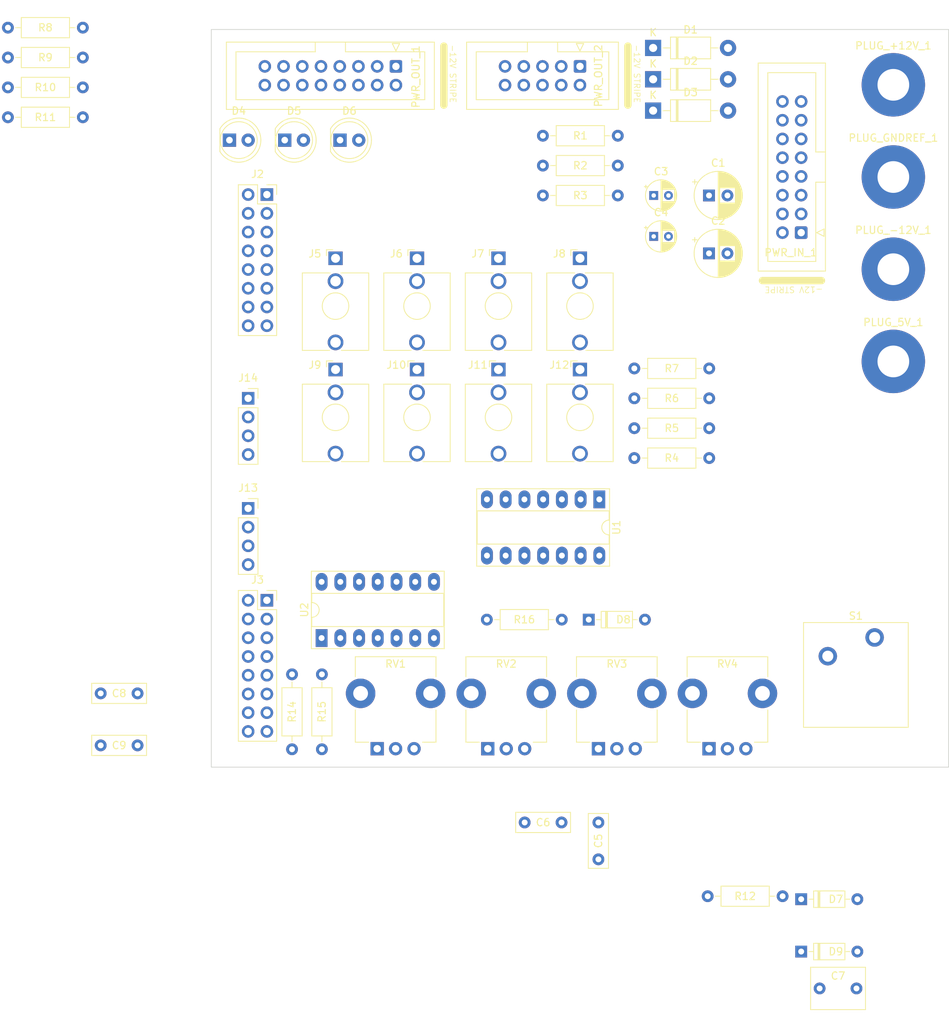
<source format=kicad_pcb>
(kicad_pcb (version 20240108) (generator "pcbnew") (generator_version "8.0")
  (layers (0 "F.Cu" signal) (31 "B.Cu" signal) (34 "B.Paste" user) (35 "F.Paste" user) (36 "B.SilkS" user "B.Silkscreen") (37 "F.SilkS" user "F.Silkscreen") (38 "B.Mask" user) (39 "F.Mask" user) (44 "Edge.Cuts" user))
  (net 0 "")
  (net 1 "+12V")
  (net 2 "GNDREF")
  (net 3 "-12V")
  (net 4 "Net-(D1-A)")
  (net 5 "Net-(D1-K)")
  (net 6 "Net-(D2-A)")
  (net 7 "Net-(D2-K)")
  (net 8 "Net-(D3-A)")
  (net 9 "Net-(D3-K)")
  (net 10 "+5V")
  (net 11 "Net-(D4-A)")
  (net 12 "Net-(D5-A)")
  (net 13 "Net-(D6-K)")
  (net 15 "Net-(J14-Pin_1)")
  (net 17 "Net-(J14-Pin_2)")
  (net 18 "Net-(J14-Pin_3)")
  (net 20 "Net-(J14-Pin_4)")
  (net 22 "Net-(J9-PadT)")
  (net 25 "Net-(J10-PadT)")
  (net 26 "Net-(J11-PadT)")
  (net 28 "Net-(J12-PadT)")
  (net 30 "Net-(J13-Pin_1)")
  (net 31 "Net-(J13-Pin_2)")
  (net 32 "Net-(J13-Pin_4)")
  (net 33 "Net-(J13-Pin_3)")
  (net 34 "Net-(D7-K)")
  (net 35 "Net-(D9-K)")
  (net 36 "Net-(D8-K)")
  (net 37 "Net-(D8-A)")
  (net 38 "Net-(D9-A)")
  (net 39 "Net-(J3-Pin_6)")
  (net 40 "Net-(J3-Pin_16)")
  (net 41 "Net-(J3-Pin_2)")
  (net 42 "Net-(J3-Pin_7)")
  (net 43 "Net-(J3-Pin_4)")
  (net 44 "Net-(J3-Pin_15)")
  (net 45 "Net-(J3-Pin_12)")
  (net 46 "Net-(J3-Pin_3)")
  (net 47 "Net-(J3-Pin_13)")
  (net 48 "Net-(J3-Pin_9)")
  (net 49 "Net-(J3-Pin_1)")
  (net 50 "Net-(J3-Pin_8)")
  (net 51 "Net-(J3-Pin_14)")
  (net 52 "Net-(J3-Pin_10)")
  (net 53 "Net-(J3-Pin_11)")
  (net 54 "Net-(J3-Pin_5)")
  (net 55 "Net-(U1A--)")
  (net 56 "Net-(U1B--)")
  (net 57 "Net-(U1C--)")
  (net 58 "Net-(U1D--)")
  (net 59 "Net-(U2A-+)")
  (net 60 "Net-(U2A--)")
  (net 61 "Net-(PWR_IN_1-GND-Pad3)")
  (footprint "MountingHole:MountingHole_4.3mm_M4_Pad" (layer "F.Cu") (at 142.5 70)
    (property "Reference" "PLUG_GNDREF_1" (at 0 -5.3 0) (layer "F.SilkS"))
    (property "Value" "GNDREF")
    (pad "1" thru_hole circle (at 0 0) (size 8.6 8.6) (drill 4.3) (layers "*.Cu" "*.Mask") (net 2 "GNDREF"))
  )
  (footprint "Synth:D_DO-35_SOD27_P7.62mm_Horizontal" (layer "F.Cu") (at 130 167.9)
    (property "Reference" "D7" (at 4.7 0 0) (layer "F.SilkS"))
    (property "Value" "1N4148")
    (pad "1" thru_hole rect (at 0 0) (size 1.6 1.6) (drill 0.8) (layers "*.Cu" "*.Mask") (net 34 "Net-(D7-K)"))
    (pad "2" thru_hole oval (at 7.62 0) (size 1.6 1.6) (drill 0.8) (layers "*.Cu" "*.Mask") (net 2 "GNDREF"))
  )
  (footprint "Synth:R_Default (DIN0207)" (layer "F.Cu") (at 22.45 49.75)
    (property "Reference" "R8" (at 5.05 0 0) (layer "F.SilkS"))
    (property "Value" "470R")
    (pad "1" thru_hole circle (at -0.03 0) (size 1.6 1.6) (drill 0.8) (layers "*.Cu" "*.Mask") (net 10 "+5V"))
    (pad "2" thru_hole oval (at 10.13 0) (size 1.6 1.6) (drill 0.8) (layers "*.Cu" "*.Mask") (net 11 "Net-(D4-A)"))
  )
  (footprint "Synth:R_Default (DIN0207)" (layer "F.Cu") (at 117.5 100 180)
    (property "Reference" "R6" (at 5.05 0 180) (layer "F.SilkS"))
    (property "Value" "1K")
    (pad "1" thru_hole circle (at -0.03 0 180) (size 1.6 1.6) (drill 0.8) (layers "*.Cu" "*.Mask") (net 57 "Net-(U1C--)"))
    (pad "2" thru_hole oval (at 10.13 0 180) (size 1.6 1.6) (drill 0.8) (layers "*.Cu" "*.Mask") (net 26 "Net-(J11-PadT)"))
  )
  (footprint "Package_DIP:DIP-14_W7.62mm_Socket_LongPads" (layer "F.Cu") (at 102.625 113.7 -90)
    (property "Reference" "U1" (at 3.81 -2.33 90) (layer "F.SilkS"))
    (property "Value" "TL074")
    (pad "1" thru_hole rect (at 0 0 270) (size 2.4 1.6) (drill 0.8) (layers "*.Cu" "*.Mask") (net 55 "Net-(U1A--)"))
    (pad "2" thru_hole oval (at 0 2.54 270) (size 2.4 1.6) (drill 0.8) (layers "*.Cu" "*.Mask") (net 55 "Net-(U1A--)"))
    (pad "3" thru_hole oval (at 0 5.08 270) (size 2.4 1.6) (drill 0.8) (layers "*.Cu" "*.Mask") (net 30 "Net-(J13-Pin_1)"))
    (pad "4" thru_hole oval (at 0 7.62 270) (size 2.4 1.6) (drill 0.8) (layers "*.Cu" "*.Mask") (net 1 "+12V"))
    (pad "5" thru_hole oval (at 0 10.16 270) (size 2.4 1.6) (drill 0.8) (layers "*.Cu" "*.Mask") (net 31 "Net-(J13-Pin_2)"))
    (pad "6" thru_hole oval (at 0 12.7 270) (size 2.4 1.6) (drill 0.8) (layers "*.Cu" "*.Mask") (net 56 "Net-(U1B--)"))
    (pad "7" thru_hole oval (at 0 15.24 270) (size 2.4 1.6) (drill 0.8) (layers "*.Cu" "*.Mask") (net 56 "Net-(U1B--)"))
    (pad "8" thru_hole oval (at 7.62 15.24 270) (size 2.4 1.6) (drill 0.8) (layers "*.Cu" "*.Mask") (net 57 "Net-(U1C--)"))
    (pad "9" thru_hole oval (at 7.62 12.7 270) (size 2.4 1.6) (drill 0.8) (layers "*.Cu" "*.Mask") (net 57 "Net-(U1C--)"))
    (pad "10" thru_hole oval (at 7.62 10.16 270) (size 2.4 1.6) (drill 0.8) (layers "*.Cu" "*.Mask") (net 33 "Net-(J13-Pin_3)"))
    (pad "11" thru_hole oval (at 7.62 7.62 270) (size 2.4 1.6) (drill 0.8) (layers "*.Cu" "*.Mask") (net 3 "-12V"))
    (pad "12" thru_hole oval (at 7.62 5.08 270) (size 2.4 1.6) (drill 0.8) (layers "*.Cu" "*.Mask") (net 32 "Net-(J13-Pin_4)"))
    (pad "13" thru_hole oval (at 7.62 2.54 270) (size 2.4 1.6) (drill 0.8) (layers "*.Cu" "*.Mask") (net 58 "Net-(U1D--)"))
    (pad "14" thru_hole oval (at 7.62 0 270) (size 2.4 1.6) (drill 0.8) (layers "*.Cu" "*.Mask") (net 58 "Net-(U1D--)"))
  )
  (footprint "Synth:R_Default (DIN0207)" (layer "F.Cu") (at 117.5 104.05 180)
    (property "Reference" "R5" (at 5.05 0 180) (layer "F.SilkS"))
    (property "Value" "1K")
    (pad "1" thru_hole circle (at -0.03 0 180) (size 1.6 1.6) (drill 0.8) (layers "*.Cu" "*.Mask") (net 56 "Net-(U1B--)"))
    (pad "2" thru_hole oval (at 10.13 0 180) (size 1.6 1.6) (drill 0.8) (layers "*.Cu" "*.Mask") (net 25 "Net-(J10-PadT)"))
  )
  (footprint "Diode_THT:D_DO-41_SOD81_P10.16mm_Horizontal" (layer "F.Cu") (at 109.92 56.75)
    (property "Reference" "D2" (at 5.08 -2.47 0) (layer "F.SilkS"))
    (property "Value" "1N5819")
    (fp_text user "K" (at 0 -2.1 0) (layer "F.SilkS"))
    (pad "1" thru_hole rect (at 0 0) (size 2.2 2.2) (drill 1.1) (layers "*.Cu" "*.Mask") (net 7 "Net-(D2-K)"))
    (pad "2" thru_hole oval (at 10.16 0) (size 2.2 2.2) (drill 1.1) (layers "*.Cu" "*.Mask") (net 6 "Net-(D2-A)"))
  )
  (footprint "Synth:Jack_3.5mm_QingPu_WQP-PJ398SM_Vertical_CircularHoles" (layer "F.Cu") (at 100 87.5)
    (property "Reference" "J8" (at -2.8 -7.1 180) (layer "F.SilkS"))
    (property "Value" "JACK_4")
    (pad "S" thru_hole rect (at 0 -6.48 180) (size 1.93 1.83) (drill 1.22) (layers "*.Cu" "*.Mask") (net 2 "GNDREF"))
    (pad "T" thru_hole circle (at 0 4.92 180) (size 2.13 2.13) (drill 1.43) (layers "*.Cu" "*.Mask") (net 20 "Net-(J14-Pin_4)"))
    (pad "TN" thru_hole circle (at 0 -3.38 180) (size 2.13 2.13) (drill 1.42) (layers "*.Cu" "*.Mask"))
  )
  (footprint "Diode_THT:D_DO-41_SOD81_P10.16mm_Horizontal" (layer "F.Cu") (at 109.92 52.5)
    (property "Reference" "D1" (at 5.08 -2.47 0) (layer "F.SilkS"))
    (property "Value" "1N5819")
    (fp_text user "K" (at 0 -2.1 0) (layer "F.SilkS"))
    (pad "1" thru_hole rect (at 0 0) (size 2.2 2.2) (drill 1.1) (layers "*.Cu" "*.Mask") (net 5 "Net-(D1-K)"))
    (pad "2" thru_hole oval (at 10.16 0) (size 2.2 2.2) (drill 1.1) (layers "*.Cu" "*.Mask") (net 4 "Net-(D1-A)"))
  )
  (footprint "Synth:R_Default (DIN0207)" (layer "F.Cu") (at 60.95 147.55 90)
    (property "Reference" "R14" (at 5.05 0 270) (layer "F.SilkS"))
    (property "Value" "1K")
    (pad "1" thru_hole circle (at -0.03 0 90) (size 1.6 1.6) (drill 0.8) (layers "*.Cu" "*.Mask") (net 60 "Net-(U2A--)"))
    (pad "2" thru_hole oval (at 10.13 0 90) (size 1.6 1.6) (drill 0.8) (layers "*.Cu" "*.Mask") (net 2 "GNDREF"))
  )
  (footprint "Synth:LED_D5.0mm (center Aligned)" (layer "F.Cu") (at 68.73 65)
    (property "Reference" "D6" (at 0 -3.96 0) (layer "F.SilkS"))
    (property "Value" "LED")
    (pad "1" thru_hole rect (at -1.27 0) (size 1.8 1.8) (drill 0.9) (layers "*.Cu" "*.Mask") (net 13 "Net-(D6-K)"))
    (pad "2" thru_hole circle (at 1.27 0) (size 1.8 1.8) (drill 0.9) (layers "*.Cu" "*.Mask") (net 3 "-12V"))
  )
  (footprint "Synth:R_Default (DIN0207)" (layer "F.Cu") (at 95 72.5)
    (property "Reference" "R3" (at 5.05 0 0) (layer "F.SilkS"))
    (property "Value" "10R")
    (pad "1" thru_hole circle (at -0.03 0) (size 1.6 1.6) (drill 0.8) (layers "*.Cu" "*.Mask") (net 10 "+5V"))
    (pad "2" thru_hole oval (at 10.13 0) (size 1.6 1.6) (drill 0.8) (layers "*.Cu" "*.Mask") (net 9 "Net-(D3-K)"))
  )
  (footprint "Synth:Potentiometer_TT_P0915N" (layer "F.Cu") (at 105 140)
    (property "Reference" "RV3" (at 0 -4 0) (layer "F.SilkS"))
    (property "Value" "B100K")
    (pad "" thru_hole oval (at -4.75 0) (size 4 4) (drill 2) (layers "*.Cu" "*.Mask"))
    (pad "" thru_hole oval (at 4.75 0) (size 4 4) (drill 2) (layers "*.Cu" "*.Mask"))
    (pad "1" thru_hole rect (at -2.5 7.5) (size 1.8 1.8) (drill 1) (layers "*.Cu" "*.Mask") (net 3 "-12V"))
    (pad "2" thru_hole circle (at 0 7.5) (size 1.8 1.8) (drill 1) (layers "*.Cu" "*.Mask") (net 53 "Net-(J3-Pin_11)"))
    (pad "3" thru_hole circle (at 2.5 7.5) (size 1.8 1.8) (drill 1) (layers "*.Cu" "*.Mask") (net 1 "+12V"))
  )
  (footprint "Synth:R_Default (DIN0207)" (layer "F.Cu") (at 97.5 130 180)
    (property "Reference" "R16" (at 5.05 0 180) (layer "F.SilkS"))
    (property "Value" "1K")
    (pad "1" thru_hole circle (at -0.03 0 180) (size 1.6 1.6) (drill 0.8) (layers "*.Cu" "*.Mask") (net 36 "Net-(D8-K)"))
    (pad "2" thru_hole oval (at 10.13 0 180) (size 1.6 1.6) (drill 0.8) (layers "*.Cu" "*.Mask") (net 45 "Net-(J3-Pin_12)"))
  )
  (footprint "Synth:C_RECT_WIMA_0.1uF" (layer "F.Cu") (at 35 147.05)
    (property "Reference" "C9" (at 2.5 0 180) (layer "F.SilkS"))
    (property "Value" "0.1uF")
    (pad "1" thru_hole circle (at 0 0) (size 1.6 1.6) (drill 0.8) (layers "*.Cu" "*.Mask") (net 2 "GNDREF"))
    (pad "2" thru_hole circle (at 5 0) (size 1.6 1.6) (drill 0.8) (layers "*.Cu" "*.Mask") (net 3 "-12V"))
  )
  (footprint "Synth:R_Default (DIN0207)" (layer "F.Cu") (at 117.5 95.95 180)
    (property "Reference" "R7" (at 5.05 0 180) (layer "F.SilkS"))
    (property "Value" "1K")
    (pad "1" thru_hole circle (at -0.03 0 180) (size 1.6 1.6) (drill 0.8) (layers "*.Cu" "*.Mask") (net 58 "Net-(U1D--)"))
    (pad "2" thru_hole oval (at 10.13 0 180) (size 1.6 1.6) (drill 0.8) (layers "*.Cu" "*.Mask") (net 28 "Net-(J12-PadT)"))
  )
  (footprint "Synth:R_Default (DIN0207)" (layer "F.Cu") (at 127.45 167.5 180)
    (property "Reference" "R12" (at 5.05 0 180) (layer "F.SilkS"))
    (property "Value" "47K")
    (pad "1" thru_hole circle (at -0.03 0 180) (size 1.6 1.6) (drill 0.8) (layers "*.Cu" "*.Mask") (net 34 "Net-(D7-K)"))
    (pad "2" thru_hole oval (at 10.13 0 180) (size 1.6 1.6) (drill 0.8) (layers "*.Cu" "*.Mask") (net 59 "Net-(U2A-+)"))
  )
  (footprint "Synth:Potentiometer_TT_P0915N" (layer "F.Cu") (at 75 140)
    (property "Reference" "RV1" (at 0 -4 0) (layer "F.SilkS"))
    (property "Value" "B100K")
    (pad "" thru_hole oval (at -4.75 0) (size 4 4) (drill 2) (layers "*.Cu" "*.Mask"))
    (pad "" thru_hole oval (at 4.75 0) (size 4 4) (drill 2) (layers "*.Cu" "*.Mask"))
    (pad "1" thru_hole rect (at -2.5 7.5) (size 1.8 1.8) (drill 1) (layers "*.Cu" "*.Mask") (net 2 "GNDREF"))
    (pad "2" thru_hole circle (at 0 7.5) (size 1.8 1.8) (drill 1) (layers "*.Cu" "*.Mask") (net 44 "Net-(J3-Pin_15)"))
    (pad "3" thru_hole circle (at 2.5 7.5) (size 1.8 1.8) (drill 1) (layers "*.Cu" "*.Mask") (net 1 "+12V"))
  )
  (footprint "MountingHole:MountingHole_4.3mm_M4_Pad" (layer "F.Cu") (at 142.5 57.5)
    (property "Reference" "PLUG_+12V_1" (at 0 -5.3 0) (layer "F.SilkS"))
    (property "Value" "+12V")
    (pad "1" thru_hole circle (at 0 0) (size 8.6 8.6) (drill 4.3) (layers "*.Cu" "*.Mask") (net 4 "Net-(D1-A)"))
  )
  (footprint "Synth:R_Default (DIN0207)" (layer "F.Cu") (at 22.45 61.9)
    (property "Reference" "R11" (at 5.05 0 0) (layer "F.SilkS"))
    (property "Value" "100K")
    (pad "1" thru_hole circle (at -0.03 0) (size 1.6 1.6) (drill 0.8) (layers "*.Cu" "*.Mask") (net 59 "Net-(U2A-+)"))
    (pad "2" thru_hole oval (at 10.13 0) (size 1.6 1.6) (drill 0.8) (layers "*.Cu" "*.Mask") (net 2 "GNDREF"))
  )
  (footprint "Connector_PinSocket_2.54mm:PinSocket_1x04_P2.54mm_Vertical" (layer "F.Cu") (at 55 100)
    (property "Reference" "J14" (at 0 -2.77 0) (layer "F.SilkS"))
    (property "Value" "Conn_01x04")
    (pad "1" thru_hole rect (at 0 0) (size 1.7 1.7) (drill 1) (layers "*.Cu" "*.Mask") (net 15 "Net-(J14-Pin_1)"))
    (pad "2" thru_hole oval (at 0 2.54) (size 1.7 1.7) (drill 1) (layers "*.Cu" "*.Mask") (net 17 "Net-(J14-Pin_2)"))
    (pad "3" thru_hole oval (at 0 5.08) (size 1.7 1.7) (drill 1) (layers "*.Cu" "*.Mask") (net 18 "Net-(J14-Pin_3)"))
    (pad "4" thru_hole oval (at 0 7.62) (size 1.7 1.7) (drill 1) (layers "*.Cu" "*.Mask") (net 20 "Net-(J14-Pin_4)"))
  )
  (footprint "Synth:R_Default (DIN0207)" (layer "F.Cu") (at 95 68.45)
    (property "Reference" "R2" (at 5.05 0 0) (layer "F.SilkS"))
    (property "Value" "10R")
    (pad "1" thru_hole circle (at -0.03 0) (size 1.6 1.6) (drill 0.8) (layers "*.Cu" "*.Mask") (net 3 "-12V"))
    (pad "2" thru_hole oval (at 10.13 0) (size 1.6 1.6) (drill 0.8) (layers "*.Cu" "*.Mask") (net 6 "Net-(D2-A)"))
  )
  (footprint "Connector_PinSocket_2.54mm:PinSocket_2x08_P2.54mm_Vertical" (layer "F.Cu") (at 57.54 127.38)
    (property "Reference" "J3" (at -1.27 -2.77 0) (layer "F.SilkS"))
    (property "Value" "PWR")
    (pad "1" thru_hole rect (at 0 0) (size 1.7 1.7) (drill 1) (layers "*.Cu" "*.Mask") (net 49 "Net-(J3-Pin_1)"))
    (pad "2" thru_hole oval (at -2.54 0) (size 1.7 1.7) (drill 1) (layers "*.Cu" "*.Mask") (net 41 "Net-(J3-Pin_2)"))
    (pad "3" thru_hole oval (at 0 2.54) (size 1.7 1.7) (drill 1) (layers "*.Cu" "*.Mask") (net 46 "Net-(J3-Pin_3)"))
    (pad "4" thru_hole oval (at -2.54 2.54) (size 1.7 1.7) (drill 1) (layers "*.Cu" "*.Mask") (net 43 "Net-(J3-Pin_4)"))
    (pad "5" thru_hole oval (at 0 5.08) (size 1.7 1.7) (drill 1) (layers "*.Cu" "*.Mask") (net 54 "Net-(J3-Pin_5)"))
    (pad "6" thru_hole oval (at -2.54 5.08) (size 1.7 1.7) (drill 1) (layers "*.Cu" "*.Mask") (net 39 "Net-(J3-Pin_6)"))
    (pad "7" thru_hole oval (at 0 7.62) (size 1.7 1.7) (drill 1) (layers "*.Cu" "*.Mask") (net 42 "Net-(J3-Pin_7)"))
    (pad "8" thru_hole oval (at -2.54 7.62) (size 1.7 1.7) (drill 1) (layers "*.Cu" "*.Mask") (net 50 "Net-(J3-Pin_8)"))
    (pad "9" thru_hole oval (at 0 10.16) (size 1.7 1.7) (drill 1) (layers "*.Cu" "*.Mask") (net 48 "Net-(J3-Pin_9)"))
    (pad "10" thru_hole oval (at -2.54 10.16) (size 1.7 1.7) (drill 1) (layers "*.Cu" "*.Mask") (net 52 "Net-(J3-Pin_10)"))
    (pad "11" thru_hole oval (at 0 12.7) (size 1.7 1.7) (drill 1) (layers "*.Cu" "*.Mask") (net 53 "Net-(J3-Pin_11)"))
    (pad "12" thru_hole oval (at -2.54 12.7) (size 1.7 1.7) (drill 1) (layers "*.Cu" "*.Mask") (net 45 "Net-(J3-Pin_12)"))
    (pad "13" thru_hole oval (at 0 15.24) (size 1.7 1.7) (drill 1) (layers "*.Cu" "*.Mask") (net 47 "Net-(J3-Pin_13)"))
    (pad "14" thru_hole oval (at -2.54 15.24) (size 1.7 1.7) (drill 1) (layers "*.Cu" "*.Mask") (net 51 "Net-(J3-Pin_14)"))
    (pad "15" thru_hole oval (at 0 17.78) (size 1.7 1.7) (drill 1) (layers "*.Cu" "*.Mask") (net 44 "Net-(J3-Pin_15)"))
    (pad "16" thru_hole oval (at -2.54 17.78) (size 1.7 1.7) (drill 1) (layers "*.Cu" "*.Mask") (net 40 "Net-(J3-Pin_16)"))
  )
  (footprint "Capacitor_THT:CP_Radial_D6.3mm_P2.50mm" (layer "F.Cu") (at 117.5 72.5)
    (property "Reference" "C1" (at 1.25 -4.4 0) (layer "F.SilkS"))
    (property "Value" "47uF")
    (pad "1" thru_hole rect (at 0 0) (size 1.6 1.6) (drill 0.8) (layers "*.Cu" "*.Mask") (net 1 "+12V"))
    (pad "2" thru_hole circle (at 2.5 0) (size 1.6 1.6) (drill 0.8) (layers "*.Cu" "*.Mask") (net 2 "GNDREF"))
  )
  (footprint "Synth:R_Default (DIN0207)" (layer "F.Cu") (at 65 147.55 90)
    (property "Reference" "R15" (at 5.05 0 270) (layer "F.SilkS"))
    (property "Value" "100K")
    (pad "1" thru_hole circle (at -0.03 0 90) (size 1.6 1.6) (drill 0.8) (layers "*.Cu" "*.Mask") (net 1 "+12V"))
    (pad "2" thru_hole oval (at 10.13 0 90) (size 1.6 1.6) (drill 0.8) (layers "*.Cu" "*.Mask") (net 60 "Net-(U2A--)"))
  )
  (footprint "Diode_THT:D_DO-41_SOD81_P10.16mm_Horizontal" (layer "F.Cu") (at 109.92 61)
    (property "Reference" "D3" (at 5.08 -2.47 0) (layer "F.SilkS"))
    (property "Value" "1N5819")
    (fp_text user "K" (at 0 -2.1 0) (layer "F.SilkS"))
    (pad "1" thru_hole rect (at 0 0) (size 2.2 2.2) (drill 1.1) (layers "*.Cu" "*.Mask") (net 9 "Net-(D3-K)"))
    (pad "2" thru_hole oval (at 10.16 0) (size 2.2 2.2) (drill 1.1) (layers "*.Cu" "*.Mask") (net 8 "Net-(D3-A)"))
  )
  (footprint "Connector_PinSocket_2.54mm:PinSocket_1x04_P2.54mm_Vertical" (layer "F.Cu") (at 55 114.92)
    (property "Reference" "J13" (at 0 -2.77 0) (layer "F.SilkS"))
    (property "Value" "Conn_01x04")
    (pad "1" thru_hole rect (at 0 0) (size 1.7 1.7) (drill 1) (layers "*.Cu" "*.Mask") (net 30 "Net-(J13-Pin_1)"))
    (pad "2" thru_hole oval (at 0 2.54) (size 1.7 1.7) (drill 1) (layers "*.Cu" "*.Mask") (net 31 "Net-(J13-Pin_2)"))
    (pad "3" thru_hole oval (at 0 5.08) (size 1.7 1.7) (drill 1) (layers "*.Cu" "*.Mask") (net 33 "Net-(J13-Pin_3)"))
    (pad "4" thru_hole oval (at 0 7.62) (size 1.7 1.7) (drill 1) (layers "*.Cu" "*.Mask") (net 32 "Net-(J13-Pin_4)"))
  )
  (footprint "Capacitor_THT:CP_Radial_D4.0mm_P2.00mm" (layer "F.Cu") (at 110 78.05)
    (property "Reference" "C4" (at 1 -3.25 0) (layer "F.SilkS"))
    (property "Value" "0.1uF")
    (pad "1" thru_hole rect (at 0 0) (size 1.2 1.2) (drill 0.6) (layers "*.Cu" "*.Mask") (net 2 "GNDREF"))
    (pad "2" thru_hole circle (at 2 0) (size 1.2 1.2) (drill 0.6) (layers "*.Cu" "*.Mask") (net 3 "-12V"))
  )
  (footprint "Synth:LED_D5.0mm (center Aligned)" (layer "F.Cu") (at 53.73 65)
    (property "Reference" "D4" (at 0 -3.96 0) (layer "F.SilkS"))
    (property "Value" "LED")
    (pad "1" thru_hole rect (at -1.27 0) (size 1.8 1.8) (drill 0.9) (layers "*.Cu" "*.Mask") (net 2 "GNDREF"))
    (pad "2" thru_hole circle (at 1.27 0) (size 1.8 1.8) (drill 0.9) (layers "*.Cu" "*.Mask") (net 11 "Net-(D4-A)"))
  )
  (footprint "Synth:IDC-Header_2x05_P2.54mm_Vertical" (layer "F.Cu") (at 100 55 -90)
    (property "Reference" "PWR_OUT_2" (at 1.27 -2.5 90) (layer "F.SilkS"))
    (property "Value" "Conn_02x05_PWR_Eurorack")
    (fp_text user "-12V STRIPE" (at -3 -7.25 -90) (layer "F.SilkS") (effects (font (size 0.8 0.8) (thickness 0.1)) (justify left bottom)))
    (pad "1" thru_hole roundrect (at 0 0 270) (size 1.7 1.7) (drill 1) (layers "*.Cu" "*.Mask") (roundrect_rratio 0.147059) (net 1 "+12V"))
    (pad "2" thru_hole circle (at 2.54 0 270) (size 1.7 1.7) (drill 1) (layers "*.Cu" "*.Mask") (net 1 "+12V"))
    (pad "3" thru_hole circle (at 0 2.54 270) (size 1.7 1.7) (drill 1) (layers "*.Cu" "*.Mask") (net 2 "GNDREF"))
    (pad "4" thru_hole circle (at 2.54 2.54 270) (size 1.7 1.7) (drill 1) (layers "*.Cu" "*.Mask") (net 2 "GNDREF"))
    (pad "5" thru_hole circle (at 0 5.08 270) (size 1.7 1.7) (drill 1) (layers "*.Cu" "*.Mask") (net 2 "GNDREF"))
    (pad "6" thru_hole circle (at 2.54 5.08 270) (size 1.7 1.7) (drill 1) (layers "*.Cu" "*.Mask") (net 2 "GNDREF"))
    (pad "7" thru_hole circle (at 0 7.62 270) (size 1.7 1.7) (drill 1) (layers "*.Cu" "*.Mask") (net 2 "GNDREF"))
    (pad "8" thru_hole circle (at 2.54 7.62 270) (size 1.7 1.7) (drill 1) (layers "*.Cu" "*.Mask") (net 2 "GNDREF"))
    (pad "9" thru_hole circle (at 0 10.16 270) (size 1.7 1.7) (drill 1) (layers "*.Cu" "*.Mask") (net 3 "-12V"))
    (pad "10" thru_hole circle (at 2.54 10.16 270) (size 1.7 1.7) (drill 1) (layers "*.Cu" "*.Mask") (net 3 "-12V"))
  )
  (footprint "Synth:Potentiometer_TT_P0915N" (layer "F.Cu") (at 120 140)
    (property "Reference" "RV4" (at 0 -4 0) (layer "F.SilkS"))
    (property "Value" "B100K")
    (pad "" thru_hole oval (at -4.75 0) (size 4 4) (drill 2) (layers "*.Cu" "*.Mask"))
    (pad "" thru_hole oval (at 4.75 0) (size 4 4) (drill 2) (layers "*.Cu" "*.Mask"))
    (pad "1" thru_hole rect (at -2.5 7.5) (size 1.8 1.8) (drill 1) (layers "*.Cu" "*.Mask") (net 2 "GNDREF"))
    (pad "2" thru_hole circle (at 0 7.5) (size 1.8 1.8) (drill 1) (layers "*.Cu" "*.Mask") (net 47 "Net-(J3-Pin_13)"))
    (pad "3" thru_hole circle (at 2.5 7.5) (size 1.8 1.8) (drill 1) (layers "*.Cu" "*.Mask") (net 1 "+12V"))
  )
  (footprint "Synth:Potentiometer_TT_P0915N" (layer "F.Cu") (at 90 140)
    (property "Reference" "RV2" (at 0 -4 0) (layer "F.SilkS"))
    (property "Value" "B100K")
    (pad "" thru_hole oval (at -4.75 0) (size 4 4) (drill 2) (layers "*.Cu" "*.Mask"))
    (pad "" thru_hole oval (at 4.75 0) (size 4 4) (drill 2) (layers "*.Cu" "*.Mask"))
    (pad "1" thru_hole rect (at -2.5 7.5) (size 1.8 1.8) (drill 1) (layers "*.Cu" "*.Mask") (net 3 "-12V"))
    (pad "2" thru_hole circle (at 0 7.5) (size 1.8 1.8) (drill 1) (layers "*.Cu" "*.Mask") (net 48 "Net-(J3-Pin_9)"))
    (pad "3" thru_hole circle (at 2.5 7.5) (size 1.8 1.8) (drill 1) (layers "*.Cu" "*.Mask") (net 1 "+12V"))
  )
  (footprint "Synth:Jack_3.5mm_QingPu_WQP-PJ398SM_Vertical_CircularHoles" (layer "F.Cu") (at 77.9 102.58)
    (property "Reference" "J10" (at -2.8 -7.1 180) (layer "F.SilkS"))
    (property "Value" "OUT_2")
    (pad "S" thru_hole rect (at 0 -6.48 180) (size 1.93 1.83) (drill 1.22) (layers "*.Cu" "*.Mask") (net 2 "GNDREF"))
    (pad "T" thru_hole circle (at 0 4.92 180) (size 2.13 2.13) (drill 1.43) (layers "*.Cu" "*.Mask") (net 25 "Net-(J10-PadT)"))
    (pad "TN" thru_hole circle (at 0 -3.38 180) (size 2.13 2.13) (drill 1.42) (layers "*.Cu" "*.Mask"))
  )
  (footprint "Synth:IDC-Header_2x08_P2.54mm_Vertical" (layer "F.Cu") (at 130 77.54 180)
    (property "Reference" "PWR_IN_1" (at 1.4 -2.7 180) (layer "F.SilkS"))
    (property "Value" "PWR")
    (fp_text user "-12V STRIPE" (at -3 -7.25 180) (layer "F.SilkS") (effects (font (size 0.8 0.8) (thickness 0.1)) (justify left bottom)))
    (pad "1" thru_hole roundrect (at 0 0 180) (size 1.7 1.7) (drill 1) (layers "*.Cu" "*.Mask") (roundrect_rratio 0.147059) (net 7 "Net-(D2-K)"))
    (pad "2" thru_hole circle (at 2.54 0 180) (size 1.7 1.7) (drill 1) (layers "*.Cu" "*.Mask") (net 7 "Net-(D2-K)"))
    (pad "3" thru_hole circle (at 0 2.54 180) (size 1.7 1.7) (drill 1) (layers "*.Cu" "*.Mask") (net 61 "Net-(PWR_IN_1-GND-Pad3)"))
    (pad "4" thru_hole circle (at 2.54 2.54 180) (size 1.7 1.7) (drill 1) (layers "*.Cu" "*.Mask") (net 2 "GNDREF"))
    (pad "5" thru_hole circle (at 0 5.08 180) (size 1.7 1.7) (drill 1) (layers "*.Cu" "*.Mask") (net 61 "Net-(PWR_IN_1-GND-Pad3)"))
    (pad "6" thru_hole circle (at 2.54 5.08 180) (size 1.7 1.7) (drill 1) (layers "*.Cu" "*.Mask") (net 2 "GNDREF"))
    (pad "7" thru_hole circle (at 0 7.62 180) (size 1.7 1.7) (drill 1) (layers "*.Cu" "*.Mask") (net 61 "Net-(PWR_IN_1-GND-Pad3)"))
    (pad "8" thru_hole circle (at 2.54 7.62 180) (size 1.7 1.7) (drill 1) (layers "*.Cu" "*.Mask") (net 2 "GNDREF"))
    (pad "9" thru_hole circle (at 0 10.16 180) (size 1.7 1.7) (drill 1) (layers "*.Cu" "*.Mask") (net 4 "Net-(D1-A)"))
    (pad "10" thru_hole circle (at 2.54 10.16 180) (size 1.7 1.7) (drill 1) (layers "*.Cu" "*.Mask") (net 4 "Net-(D1-A)"))
    (pad "11" thru_hole circle (at 0 12.7 180) (size 1.7 1.7) (drill 1) (layers "*.Cu" "*.Mask") (net 8 "Net-(D3-A)"))
    (pad "12" thru_hole circle (at 2.54 12.7 180) (size 1.7 1.7) (drill 1) (layers "*.Cu" "*.Mask") (net 8 "Net-(D3-A)"))
    (pad "13" thru_hole circle (at 0 15.24 180) (size 1.7 1.7) (drill 1) (layers "*.Cu" "*.Mask") (net 51 "Net-(J3-Pin_14)"))
    (pad "14" thru_hole circle (at 2.54 15.24 180) (size 1.7 1.7) (drill 1) (layers "*.Cu" "*.Mask") (net 51 "Net-(J3-Pin_14)"))
    (pad "15" thru_hole circle (at 0 17.78 180) (size 1.7 1.7) (drill 1) (layers "*.Cu" "*.Mask") (net 40 "Net-(J3-Pin_16)"))
    (pad "16" thru_hole circle (at 2.54 17.78 180) (size 1.7 1.7) (drill 1) (layers "*.Cu" "*.Mask") (net 40 "Net-(J3-Pin_16)"))
  )
  (footprint "Synth:IDC-Header_2x08_P2.54mm_Vertical" (layer "F.Cu") (at 75.04 55 -90)
    (property "Reference" "PWR_OUT_1" (at 1.4 -2.7 90) (layer "F.SilkS"))
    (property "Value" "PWR")
    (fp_text user "-12V STRIPE" (at -3 -7.25 -90) (layer "F.SilkS") (effects (font (size 0.8 0.8) (thickness 0.1)) (justify left bottom)))
    (pad "1" thru_hole roundrect (at 0 0 270) (size 1.7 1.7) (drill 1) (layers "*.Cu" "*.Mask") (roundrect_rratio 0.147059) (net 3 "-12V"))
    (pad "2" thru_hole circle (at 2.54 0 270) (size 1.7 1.7) (drill 1) (layers "*.Cu" "*.Mask") (net 3 "-12V"))
    (pad "3" thru_hole circle (at 0 2.54 270) (size 1.7 1.7) (drill 1) (layers "*.Cu" "*.Mask") (net 2 "GNDREF"))
    (pad "4" thru_hole circle (at 2.54 2.54 270) (size 1.7 1.7) (drill 1) (layers "*.Cu" "*.Mask") (net 2 "GNDREF"))
    (pad "5" thru_hole circle (at 0 5.08 270) (size 1.7 1.7) (drill 1) (layers "*.Cu" "*.Mask") (net 2 "GNDREF"))
    (pad "6" thru_hole circle (at 2.54 5.08 270) (size 1.7 1.7) (drill 1) (layers "*.Cu" "*.Mask") (net 2 "GNDREF"))
    (pad "7" thru_hole circle (at 0 7.62 270) (size 1.7 1.7) (drill 1) (layers "*.Cu" "*.Mask") (net 2 "GNDREF"))
    (pad "8" thru_hole circle (at 2.54 7.62 270) (size 1.7 1.7) (drill 1) (layers "*.Cu" "*.Mask") (net 2 "GNDREF"))
    (pad "9" thru_hole circle (at 0 10.16 270) (size 1.7 1.7) (drill 1) (layers "*.Cu" "*.Mask") (net 1 "+12V"))
    (pad "10" thru_hole circle (at 2.54 10.16 270) (size 1.7 1.7) (drill 1) (layers "*.Cu" "*.Mask") (net 1 "+12V"))
    (pad "11" thru_hole circle (at 0 12.7 270) (size 1.7 1.7) (drill 1) (layers "*.Cu" "*.Mask") (net 10 "+5V"))
    (pad "12" thru_hole circle (at 2.54 12.7 270) (size 1.7 1.7) (drill 1) (layers "*.Cu" "*.Mask") (net 10 "+5V"))
    (pad "13" thru_hole circle (at 0 15.24 270) (size 1.7 1.7) (drill 1) (layers "*.Cu" "*.Mask"))
    (pad "14" thru_hole circle (at 2.54 15.24 270) (size 1.7 1.7) (drill 1) (layers "*.Cu" "*.Mask"))
    (pad "15" thru_hole circle (at 0 17.78 270) (size 1.7 1.7) (drill 1) (layers "*.Cu" "*.Mask"))
    (pad "16" thru_hole circle (at 2.54 17.78 270) (size 1.7 1.7) (drill 1) (layers "*.Cu" "*.Mask"))
  )
  (footprint "Synth:C_RECT_WIMA_0.1uF" (layer "F.Cu") (at 92.5 157.5)
    (property "Reference" "C6" (at 2.5 0 180) (layer "F.SilkS"))
    (property "Value" "0.1uF")
    (pad "1" thru_hole circle (at 0 0) (size 1.6 1.6) (drill 0.8) (layers "*.Cu" "*.Mask") (net 1 "+12V"))
    (pad "2" thru_hole circle (at 5 0) (size 1.6 1.6) (drill 0.8) (layers "*.Cu" "*.Mask") (net 2 "GNDREF"))
  )
  (footprint "Synth:C_RECT_WIMA_0.1uF" (layer "F.Cu") (at 35 140)
    (property "Reference" "C8" (at 2.5 0 180) (layer "F.SilkS"))
    (property "Value" "0.1uF")
    (pad "1" thru_hole circle (at 0 0) (size 1.6 1.6) (drill 0.8) (layers "*.Cu" "*.Mask") (net 1 "+12V"))
    (pad "2" thru_hole circle (at 5 0) (size 1.6 1.6) (drill 0.8) (layers "*.Cu" "*.Mask") (net 2 "GNDREF"))
  )
  (footprint "Capacitor_THT:CP_Radial_D4.0mm_P2.00mm" (layer "F.Cu") (at 110 72.5)
    (property "Reference" "C3" (at 1 -3.25 0) (layer "F.SilkS"))
    (property "Value" "0.1uF")
    (pad "1" thru_hole rect (at 0 0) (size 1.2 1.2) (drill 0.6) (layers "*.Cu" "*.Mask") (net 1 "+12V"))
    (pad "2" thru_hole circle (at 2 0) (size 1.2 1.2) (drill 0.6) (layers "*.Cu" "*.Mask") (net 2 "GNDREF"))
  )
  (footprint "Synth:Jack_3.5mm_QingPu_WQP-PJ398SM_Vertical_CircularHoles" (layer "F.Cu") (at 77.9 87.5)
    (property "Reference" "J6" (at -2.8 -7.1 180) (layer "F.SilkS"))
    (property "Value" "JACK_2")
    (pad "S" thru_hole rect (at 0 -6.48 180) (size 1.93 1.83) (drill 1.22) (layers "*.Cu" "*.Mask") (net 2 "GNDREF"))
    (pad "T" thru_hole circle (at 0 4.92 180) (size 2.13 2.13) (drill 1.43) (layers "*.Cu" "*.Mask") (net 17 "Net-(J14-Pin_2)"))
    (pad "TN" thru_hole circle (at 0 -3.38 180) (size 2.13 2.13) (drill 1.42) (layers "*.Cu" "*.Mask"))
  )
  (footprint "Synth:C_RECT_MKT_1uF" (layer "F.Cu") (at 132.5 180)
    (property "Reference" "C7" (at 2.5 -1.7 180) (layer "F.SilkS"))
    (property "Value" "1uF")
    (pad "1" thru_hole circle (at 0 0) (size 1.6 1.6) (drill 0.8) (layers "*.Cu" "*.Mask") (net 35 "Net-(D9-K)"))
    (pad "2" thru_hole circle (at 5 0) (size 1.6 1.6) (drill 0.8) (layers "*.Cu" "*.Mask") (net 34 "Net-(D7-K)"))
  )
  (footprint "PCM_Switch_Keyboard_Cherry_MX:SW_Cherry_MX_PCB_1.00u" (layer "F.Cu") (at 137.42 137.5)
    (property "Reference" "S1" (at 0 -8 0) (layer "F.SilkS"))
    (property "Value" "Keyswitch")
    (pad "" np_thru_hole circle (at -5.08 0) (size 1.75 1.75) (drill 1.75) (layers "*.Cu" "*.Mask"))
    (pad "" np_thru_hole circle (at 0 0) (size 4 4) (drill 4) (layers "*.Cu" "*.Mask"))
    (pad "" np_thru_hole circle (at 5.08 0) (size 1.75 1.75) (drill 1.75) (layers "*.Cu" "*.Mask"))
    (pad "1" thru_hole circle (at -3.81 -2.54) (size 2.5 2.5) (drill 1.5) (layers "*.Cu" "*.Mask") (net 1 "+12V"))
    (pad "2" thru_hole circle (at 2.54 -5.08) (size 2.5 2.5) (drill 1.5) (layers "*.Cu" "*.Mask") (net 38 "Net-(D9-A)"))
  )
  (footprint "Synth:LED_D5.0mm (center Aligned)" (layer "F.Cu") (at 61.23 65)
    (property "Reference" "D5" (at 0 -3.96 0) (layer "F.SilkS"))
    (property "Value" "LED")
    (pad "1" thru_hole rect (at -1.27 0) (size 1.8 1.8) (drill 0.9) (layers "*.Cu" "*.Mask") (net 2 "GNDREF"))
    (pad "2" thru_hole circle (at 1.27 0) (size 1.8 1.8) (drill 0.9) (layers "*.Cu" "*.Mask") (net 12 "Net-(D5-A)"))
  )
  (footprint "Synth:Jack_3.5mm_QingPu_WQP-PJ398SM_Vertical_CircularHoles" (layer "F.Cu") (at 88.95 102.58)
    (property "Reference" "J11" (at -2.8 -7.1 180) (layer "F.SilkS"))
    (property "Value" "OUT_3")
    (pad "S" thru_hole rect (at 0 -6.48 180) (size 1.93 1.83) (drill 1.22) (layers "*.Cu" "*.Mask") (net 2 "GNDREF"))
    (pad "T" thru_hole circle (at 0 4.92 180) (size 2.13 2.13) (drill 1.43) (layers "*.Cu" "*.Mask") (net 26 "Net-(J11-PadT)"))
    (pad "TN" thru_hole circle (at 0 -3.38 180) (size 2.13 2.13) (drill 1.42) (layers "*.Cu" "*.Mask"))
  )
  (footprint "Synth:Jack_3.5mm_QingPu_WQP-PJ398SM_Vertical_CircularHoles" (layer "F.Cu") (at 88.95 87.5)
    (property "Reference" "J7" (at -2.8 -7.1 180) (layer "F.SilkS"))
    (property "Value" "JACK_3")
    (pad "S" thru_hole rect (at 0 -6.48 180) (size 1.93 1.83) (drill 1.22) (layers "*.Cu" "*.Mask") (net 2 "GNDREF"))
    (pad "T" thru_hole circle (at 0 4.92 180) (size 2.13 2.13) (drill 1.43) (layers "*.Cu" "*.Mask") (net 18 "Net-(J14-Pin_3)"))
    (pad "TN" thru_hole circle (at 0 -3.38 180) (size 2.13 2.13) (drill 1.42) (layers "*.Cu" "*.Mask"))
  )
  (footprint "Synth:D_DO-35_SOD27_P7.62mm_Horizontal" (layer "F.Cu") (at 130 175)
    (property "Reference" "D9" (at 4.7 0 0) (layer "F.SilkS"))
    (property "Value" "1N4148")
    (pad "1" thru_hole rect (at 0 0) (size 1.6 1.6) (drill 0.8) (layers "*.Cu" "*.Mask") (net 35 "Net-(D9-K)"))
    (pad "2" thru_hole oval (at 7.62 0) (size 1.6 1.6) (drill 0.8) (layers "*.Cu" "*.Mask") (net 38 "Net-(D9-A)"))
  )
  (footprint "Synth:Jack_3.5mm_QingPu_WQP-PJ398SM_Vertical_CircularHoles" (layer "F.Cu") (at 66.85 102.58)
    (property "Reference" "J9" (at -2.8 -7.1 180) (layer "F.SilkS"))
    (property "Value" "OUT_1")
    (pad "S" thru_hole rect (at 0 -6.48 180) (size 1.93 1.83) (drill 1.22) (layers "*.Cu" "*.Mask") (net 2 "GNDREF"))
    (pad "T" thru_hole circle (at 0 4.92 180) (size 2.13 2.13) (drill 1.43) (layers "*.Cu" "*.Mask") (net 22 "Net-(J9-PadT)"))
    (pad "TN" thru_hole circle (at 0 -3.38 180) (size 2.13 2.13) (drill 1.42) (layers "*.Cu" "*.Mask"))
  )
  (footprint "Synth:Jack_3.5mm_QingPu_WQP-PJ398SM_Vertical_CircularHoles" (layer "F.Cu") (at 66.85 87.5)
    (property "Reference" "J5" (at -2.8 -7.1 180) (layer "F.SilkS"))
    (property "Value" "JACK_1")
    (pad "S" thru_hole rect (at 0 -6.48 180) (size 1.93 1.83) (drill 1.22) (layers "*.Cu" "*.Mask") (net 2 "GNDREF"))
    (pad "T" thru_hole circle (at 0 4.92 180) (size 2.13 2.13) (drill 1.43) (layers "*.Cu" "*.Mask") (net 15 "Net-(J14-Pin_1)"))
    (pad "TN" thru_hole circle (at 0 -3.38 180) (size 2.13 2.13) (drill 1.42) (layers "*.Cu" "*.Mask"))
  )
  (footprint "Synth:R_Default (DIN0207)" (layer "F.Cu") (at 22.45 53.8)
    (property "Reference" "R9" (at 5.05 0 0) (layer "F.SilkS"))
    (property "Value" "1K")
    (pad "1" thru_hole circle (at -0.03 0) (size 1.6 1.6) (drill 0.8) (layers "*.Cu" "*.Mask") (net 1 "+12V"))
    (pad "2" thru_hole oval (at 10.13 0) (size 1.6 1.6) (drill 0.8) (layers "*.Cu" "*.Mask") (net 12 "Net-(D5-A)"))
  )
  (footprint "Synth:R_Default (DIN0207)" (layer "F.Cu") (at 95 64.4)
    (property "Reference" "R1" (at 5.05 0 0) (layer "F.SilkS"))
    (property "Value" "10R")
    (pad "1" thru_hole circle (at -0.03 0) (size 1.6 1.6) (drill 0.8) (layers "*.Cu" "*.Mask") (net 1 "+12V"))
    (pad "2" thru_hole oval (at 10.13 0) (size 1.6 1.6) (drill 0.8) (layers "*.Cu" "*.Mask") (net 5 "Net-(D1-K)"))
  )
  (footprint "Capacitor_THT:CP_Radial_D6.3mm_P2.50mm" (layer "F.Cu") (at 117.5 80.35)
    (property "Reference" "C2" (at 1.25 -4.4 0) (layer "F.SilkS"))
    (property "Value" "47uF")
    (pad "1" thru_hole rect (at 0 0) (size 1.6 1.6) (drill 0.8) (layers "*.Cu" "*.Mask") (net 2 "GNDREF"))
    (pad "2" thru_hole circle (at 2.5 0) (size 1.6 1.6) (drill 0.8) (layers "*.Cu" "*.Mask") (net 3 "-12V"))
  )
  (footprint "Synth:R_Default (DIN0207)" (layer "F.Cu") (at 117.5 108.1 180)
    (property "Reference" "R4" (at 5.05 0 180) (layer "F.SilkS"))
    (property "Value" "1K")
    (pad "1" thru_hole circle (at -0.03 0 180) (size 1.6 1.6) (drill 0.8) (layers "*.Cu" "*.Mask") (net 55 "Net-(U1A--)"))
    (pad "2" thru_hole oval (at 10.13 0 180) (size 1.6 1.6) (drill 0.8) (layers "*.Cu" "*.Mask") (net 22 "Net-(J9-PadT)"))
  )
  (footprint "Connector_PinSocket_2.54mm:PinSocket_2x08_P2.54mm_Vertical" (layer "F.Cu") (at 57.54 72.38)
    (property "Reference" "J2" (at -1.27 -2.77 0) (layer "F.SilkS"))
    (property "Value" "PWR")
    (pad "1" thru_hole rect (at 0 0) (size 1.7 1.7) (drill 1) (layers "*.Cu" "*.Mask") (net 3 "-12V"))
    (pad "2" thru_hole oval (at -2.54 0) (size 1.7 1.7) (drill 1) (layers "*.Cu" "*.Mask") (net 3 "-12V"))
    (pad "3" thru_hole oval (at 0 2.54) (size 1.7 1.7) (drill 1) (layers "*.Cu" "*.Mask") (net 3 "-12V"))
    (pad "4" thru_hole oval (at -2.54 2.54) (size 1.7 1.7) (drill 1) (layers "*.Cu" "*.Mask") (net 3 "-12V"))
    (pad "5" thru_hole oval (at 0 5.08) (size 1.7 1.7) (drill 1) (layers "*.Cu" "*.Mask") (net 2 "GNDREF"))
    (pad "6" thru_hole oval (at -2.54 5.08) (size 1.7 1.7) (drill 1) (layers "*.Cu" "*.Mask") (net 2 "GNDREF"))
    (pad "7" thru_hole oval (at 0 7.62) (size 1.7 1.7) (drill 1) (layers "*.Cu" "*.Mask") (net 10 "+5V"))
    (pad "8" thru_hole oval (at -2.54 7.62) (size 1.7 1.7) (drill 1) (layers "*.Cu" "*.Mask") (net 10 "+5V"))
    (pad "9" thru_hole oval (at 0 10.16) (size 1.7 1.7) (drill 1) (layers "*.Cu" "*.Mask") (net 10 "+5V"))
    (pad "10" thru_hole oval (at -2.54 10.16) (size 1.7 1.7) (drill 1) (layers "*.Cu" "*.Mask") (net 10 "+5V"))
    (pad "11" thru_hole oval (at 0 12.7) (size 1.7 1.7) (drill 1) (layers "*.Cu" "*.Mask") (net 2 "GNDREF"))
    (pad "12" thru_hole oval (at -2.54 12.7) (size 1.7 1.7) (drill 1) (layers "*.Cu" "*.Mask") (net 2 "GNDREF"))
    (pad "13" thru_hole oval (at 0 15.24) (size 1.7 1.7) (drill 1) (layers "*.Cu" "*.Mask") (net 1 "+12V"))
    (pad "14" thru_hole oval (at -2.54 15.24) (size 1.7 1.7) (drill 1) (layers "*.Cu" "*.Mask") (net 1 "+12V"))
    (pad "15" thru_hole oval (at 0 17.78) (size 1.7 1.7) (drill 1) (layers "*.Cu" "*.Mask") (net 1 "+12V"))
    (pad "16" thru_hole oval (at -2.54 17.78) (size 1.7 1.7) (drill 1) (layers "*.Cu" "*.Mask") (net 1 "+12V"))
  )
  (footprint "Synth:R_Default (DIN0207)" (layer "F.Cu") (at 22.45 57.85)
    (property "Reference" "R10" (at 5.05 0 0) (layer "F.SilkS"))
    (property "Value" "1K")
    (pad "1" thru_hole circle (at -0.03 0) (size 1.6 1.6) (drill 0.8) (layers "*.Cu" "*.Mask") (net 2 "GNDREF"))
    (pad "2" thru_hole oval (at 10.13 0) (size 1.6 1.6) (drill 0.8) (layers "*.Cu" "*.Mask") (net 13 "Net-(D6-K)"))
  )
  (footprint "Synth:D_DO-35_SOD27_P7.62mm_Horizontal" (layer "F.Cu") (at 101.19 130)
    (property "Reference" "D8" (at 4.7 0 0) (layer "F.SilkS"))
    (property "Value" "1N4148")
    (pad "1" thru_hole rect (at 0 0) (size 1.6 1.6) (drill 0.8) (layers "*.Cu" "*.Mask") (net 36 "Net-(D8-K)"))
    (pad "2" thru_hole oval (at 7.62 0) (size 1.6 1.6) (drill 0.8) (layers "*.Cu" "*.Mask") (net 37 "Net-(D8-A)"))
  )
  (footprint "Package_DIP:DIP-14_W7.62mm_Socket_LongPads" (layer "F.Cu") (at 64.96 132.5 90)
    (property "Reference" "U2" (at 3.81 -2.33 270) (layer "F.SilkS"))
    (property "Value" "TL074")
    (pad "1" thru_hole rect (at 0 0 90) (size 2.4 1.6) (drill 0.8) (layers "*.Cu" "*.Mask") (net 37 "Net-(D8-A)"))
    (pad "2" thru_hole oval (at 0 2.54 90) (size 2.4 1.6) (drill 0.8) (layers "*.Cu" "*.Mask") (net 60 "Net-(U2A--)"))
    (pad "3" thru_hole oval (at 0 5.08 90) (size 2.4 1.6) (drill 0.8) (layers "*.Cu" "*.Mask") (net 59 "Net-(U2A-+)"))
    (pad "4" thru_hole oval (at 0 7.62 90) (size 2.4 1.6) (drill 0.8) (layers "*.Cu" "*.Mask") (net 1 "+12V"))
    (pad "5" thru_hole oval (at 0 10.16 90) (size 2.4 1.6) (drill 0.8) (layers "*.Cu" "*.Mask") (net 42 "Net-(J3-Pin_7)"))
    (pad "6" thru_hole oval (at 0 12.7 90) (size 2.4 1.6) (drill 0.8) (layers "*.Cu" "*.Mask") (net 54 "Net-(J3-Pin_5)"))
    (pad "7" thru_hole oval (at 0 15.24 90) (size 2.4 1.6) (drill 0.8) (layers "*.Cu" "*.Mask") (net 46 "Net-(J3-Pin_3)"))
    (pad "8" thru_hole oval (at 7.62 15.24 90) (size 2.4 1.6) (drill 0.8) (layers "*.Cu" "*.Mask") (net 39 "Net-(J3-Pin_6)"))
    (pad "9" thru_hole oval (at 7.62 12.7 90) (size 2.4 1.6) (drill 0.8) (layers "*.Cu" "*.Mask") (net 52 "Net-(J3-Pin_10)"))
    (pad "10" thru_hole oval (at 7.62 10.16 90) (size 2.4 1.6) (drill 0.8) (layers "*.Cu" "*.Mask") (net 50 "Net-(J3-Pin_8)"))
    (pad "11" thru_hole oval (at 7.62 7.62 90) (size 2.4 1.6) (drill 0.8) (layers "*.Cu" "*.Mask") (net 3 "-12V"))
    (pad "12" thru_hole oval (at 7.62 5.08 90) (size 2.4 1.6) (drill 0.8) (layers "*.Cu" "*.Mask") (net 49 "Net-(J3-Pin_1)"))
    (pad "13" thru_hole oval (at 7.62 2.54 90) (size 2.4 1.6) (drill 0.8) (layers "*.Cu" "*.Mask") (net 41 "Net-(J3-Pin_2)"))
    (pad "14" thru_hole oval (at 7.62 0 90) (size 2.4 1.6) (drill 0.8) (layers "*.Cu" "*.Mask") (net 43 "Net-(J3-Pin_4)"))
  )
  (footprint "MountingHole:MountingHole_4.3mm_M4_Pad" (layer "F.Cu") (at 142.5 95)
    (property "Reference" "PLUG_5V_1" (at 0 -5.3 0) (layer "F.SilkS"))
    (property "Value" "+5V")
    (pad "1" thru_hole circle (at 0 0) (size 8.6 8.6) (drill 4.3) (layers "*.Cu" "*.Mask") (net 8 "Net-(D3-A)"))
  )
  (footprint "Synth:Jack_3.5mm_QingPu_WQP-PJ398SM_Vertical_CircularHoles" (layer "F.Cu") (at 100 102.58)
    (property "Reference" "J12" (at -2.8 -7.1 180) (layer "F.SilkS"))
    (property "Value" "OUT_4")
    (pad "S" thru_hole rect (at 0 -6.48 180) (size 1.93 1.83) (drill 1.22) (layers "*.Cu" "*.Mask") (net 2 "GNDREF"))
    (pad "T" thru_hole circle (at 0 4.92 180) (size 2.13 2.13) (drill 1.43) (layers "*.Cu" "*.Mask") (net 28 "Net-(J12-PadT)"))
    (pad "TN" thru_hole circle (at 0 -3.38 180) (size 2.13 2.13) (drill 1.42) (layers "*.Cu" "*.Mask"))
  )
  (footprint "Synth:C_RECT_WIMA_0.1uF" (layer "F.Cu") (at 102.5 157.5 -90)
    (property "Reference" "C5" (at 2.5 0 90) (layer "F.SilkS"))
    (property "Value" "0.1uF")
    (pad "1" thru_hole circle (at 0 0 270) (size 1.6 1.6) (drill 0.8) (layers "*.Cu" "*.Mask") (net 2 "GNDREF"))
    (pad "2" thru_hole circle (at 5 0 270) (size 1.6 1.6) (drill 0.8) (layers "*.Cu" "*.Mask") (net 3 "-12V"))
  )
  (footprint "MountingHole:MountingHole_4.3mm_M4_Pad" (layer "F.Cu") (at 142.5 82.5)
    (property "Reference" "PLUG_-12V_1" (at 0 -5.3 0) (layer "F.SilkS"))
    (property "Value" "-12V")
    (pad "1" thru_hole circle (at 0 0) (size 8.6 8.6) (drill 4.3) (layers "*.Cu" "*.Mask") (net 7 "Net-(D2-K)"))
  )
  (gr_rect (start 50 50) (end 150 150) (stroke (width 0.1)) (fill none) (layer "Edge.Cuts"))
)
</source>
